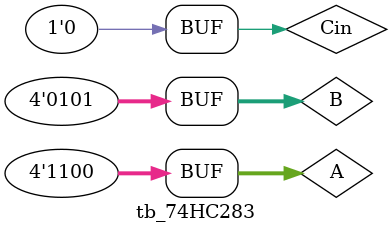
<source format=v>
`timescale 1ns/1ps
module tb_74HC283;
reg [3:0] A, B;  //0~15
reg Cin;
wire [3:0] Sum;
wire Cout;

initial begin
	A = 4'd4;
	B = 4'd5;
	Cin = 1'b0;       //4 + 5
	#23 Cin = 1'b1;   //4 + 5 + 1
	#23 A = 4'd12;    //12 + 5 + 1
	#23 Cin = 1'd0;   //12 + 5 

end

A_74HC283 the_adder(
	  .A(A), .B(B),
	  .Cin(Cin),
	  .Sum(Sum),
	  .Cout(Cout)
	  );
endmodule 
</source>
